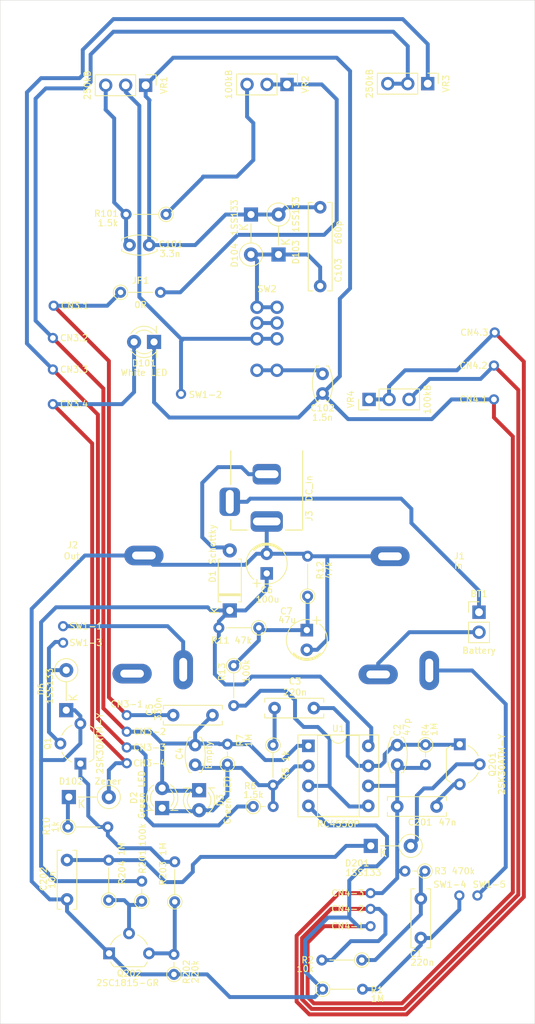
<source format=kicad_pcb>
(kicad_pcb (version 20221018) (generator pcbnew)
  (layers (0 "F.Cu" signal) (31 "B.Cu" signal) (34 "B.Paste" user) (35 "F.Paste" user) (36 "B.SilkS" user "B.Silkscreen") (37 "F.SilkS" user "F.Silkscreen") (38 "B.Mask" user) (39 "F.Mask" user) (44 "Edge.Cuts" user))
  (net 0 "")
  (net 1 "Net-(C5-Pad1)")
  (net 2 "Net-(C101-Pad1)")
  (net 3 "Net-(C102-Pad2)")
  (net 4 "Net-(CN3-3-Pad1)")
  (net 5 "Net-(JP1-Pad2)")
  (net 6 "Net-(R101-Pad1)")
  (net 7 "Net-(D103-K)")
  (net 8 "Net-(SW2-Pad2)")
  (net 9 "OUT")
  (net 10 "Net-(SW1-2-Pad1)")
  (net 11 "Net-(D101-A)")
  (net 12 "Net-(D102-K)")
  (net 13 "Net-(Q1-S)")
  (net 14 "Net-(D201-K)")
  (net 15 "FET")
  (net 16 "Net-(Q202-C)")
  (net 17 "Net-(Q202-B)")
  (net 18 "VCC")
  (net 19 "SW")
  (net 21 "Net-(BT1-+)")
  (net 22 "Net-(BT1--)")
  (net 23 "GND")
  (net 24 "Net-(D1-A)")
  (net 25 "Net-(C1-Pad1)")
  (net 26 "Net-(C1-Pad2)")
  (net 27 "Net-(CN4-2-Pad1)")
  (net 28 "Net-(J1-PadT)")
  (net 29 "Net-(U1B--)")
  (net 30 "Net-(Q201-S)")
  (net 31 "Net-(Q201-D)")
  (net 32 "Net-(C7-Pad1)")
  (net 33 "Net-(C3-Pad1)")
  (net 34 "Net-(D2-K)")
  (net 35 "Net-(D2-A)")
  (net 36 "Net-(U1A-+)")
  (footprint "myFoot:my_SmallestPad_0-72mmDrill" (layer "F.Cu") (at -17.9 25.8)
    (fp_text reference "CN3-1")
    (fp_text value "tp" hide)
  )
  (footprint "Connector_PinHeader_2.54mm:PinHeader_1x02_P2.54mm_Vertical" (layer "F.Cu") (at 26.9 12.725)
    (fp_text reference "BT1")
    (fp_text value "Battery")
  )
  (footprint "Resistor_THT:R_Axial_DIN0204_L3.6mm_D1.6mm_P5.08mm_Vertical" (layer "F.Cu") (at -18.69 -27.9)
    (fp_text reference "JP1")
    (fp_text value "0R")
  )
  (footprint "Package_DIP:DIP-8_W7.62mm_Socket" (layer "F.Cu") (at 5.2 29.7)
    (fp_text reference "U1")
    (fp_text value "RC4558P")
  )
  (footprint "myFoot:my_C_Rect1_P5.00mm" (layer "F.Cu") (at 0.9 24.9)
    (fp_text reference "C3")
    (fp_text value "220n")
  )
  (footprint "myFoot:my_SmallestPad_0-72mmDrill" (layer "F.Cu") (at -17.9 29.9)
    (fp_text reference "CN3-3")
    (fp_text value "tp" hide)
  )
  (footprint "Connector_PinHeader_2.54mm:PinHeader_2x04_P2.54mm_Vertical" (layer "F.Cu") (at -1.34 -26)
    (fp_text reference "SW2")
    (fp_text value "SW2" hide)
  )
  (footprint "Resistor_THT:R_Axial_DIN0204_L3.6mm_D1.6mm_P5.08mm_Vertical" (layer "F.Cu") (at 5.1 10.69 90)
    (fp_text reference "R12")
    (fp_text value "47k")
  )
  (footprint "Resistor_THT:R_Axial_DIN0204_L3.6mm_D1.6mm_P5.08mm_Vertical" (layer "F.Cu") (at -25.39 40)
    (fp_text reference "R10")
    (fp_text value "1k")
  )
  (footprint "Package_TO_SOT_THT:TO-92L_Wide" (layer "F.Cu") (at 24.45 29.5 -90)
    (fp_text reference "Q201")
    (fp_text value "2SK30ATM-Y")
  )
  (footprint "myFoot:my_SmallestPad_0-72mmDrill" (layer "F.Cu") (at -11 -15)
    (fp_text reference "SW1-2")
    (fp_text value "tp" hide)
  )
  (footprint "myFoot:my_SmallestPad_0-72mmDrill" (layer "F.Cu") (at -26 14.5)
    (fp_text reference "SW1-1")
    (fp_text value "tp" hide)
  )
  (footprint "myFoot:my_C_Rect1_P5.00mm" (layer "F.Cu") (at -12 25.8)
    (fp_text reference "C5")
    (fp_text value "330n")
  )
  (footprint "myFoot:my_SmallestPad_0-72mmDrill" (layer "F.Cu") (at -26 16.6)
    (fp_text reference "SW1-3")
    (fp_text value "tp" hide)
  )
  (footprint "Resistor_THT:R_Axial_DIN0204_L3.6mm_D1.6mm_P2.54mm_Vertical" (layer "F.Cu") (at -11.9 58.72 90)
    (fp_text reference "R202")
    (fp_text value "220k")
  )
  (footprint "myFoot:Audio_Jack_EX" (layer "F.Cu") (at -15.725 5.525)
    (fp_text reference "J2")
    (fp_text value "Out")
  )
  (footprint "myFoot:my_C_Rect1_P5.00mm" (layer "F.Cu") (at 19.5 54.1 90)
    (fp_text reference "C1")
    (fp_text value "220n")
  )
  (footprint "myFoot:my_C_D5.0mm_P2.50mm" (layer "F.Cu") (at 5 15 -90)
    (fp_text reference "C7")
    (fp_text value "47u")
  )
  (footprint "myFoot:my_SmallestPad_0-72mmDrill" (layer "F.Cu") (at -27.3 -22.1)
    (fp_text reference "CN3.2")
    (fp_text value "tp" hide)
  )
  (footprint "Connector_PinHeader_2.54mm:PinHeader_1x03_P2.54mm_Vertical" (layer "F.Cu") (at 20.38 -54.4 -90)
    (fp_text reference "VR3")
    (fp_text value "250kB")
  )
  (footprint "myFoot:Audio_Jack_EX" (layer "F.Cu") (at 15.575 5.625)
    (fp_text reference "J1")
    (fp_text value "In")
  )
  (footprint "myFoot:my_SmallestPad_0-72mmDrill" (layer "F.Cu") (at -17.9 31.9)
    (fp_text reference "CN3-4")
    (fp_text value "tp" hide)
  )
  (footprint "myFoot:my_C_Rect1_P5.00mm" (layer "F.Cu") (at -25.5 44.2 -90)
    (fp_text reference "C202")
    (fp_text value "10n")
  )
  (footprint "Diode_THT:D_A-405_P5.08mm_Vertical_KathodeUp" (layer "F.Cu") (at 13.135 42.4)
    (fp_text reference "D201")
    (fp_text value "1SS133")
  )
  (footprint "Package_TO_SOT_THT:TO-92L_Wide" (layer "F.Cu") (at -23.8 31.95 90)
    (fp_text reference "Q1")
    (fp_text value "2SK30ATM-Y")
  )
  (footprint "Resistor_THT:R_Axial_DIN0204_L3.6mm_D1.6mm_P5.08mm_Vertical" (layer "F.Cu") (at -20.2 49.29 90)
    (fp_text reference "R204")
    (fp_text value "1M")
  )
  (footprint "Package_TO_SOT_THT:TO-92L_Wide" (layer "F.Cu") (at -20.15 56.05)
    (fp_text reference "Q202")
    (fp_text value "2SC1815-GR")
  )
  (footprint "myFoot:my_SmallestPad_0-72mmDrill" (layer "F.Cu") (at 24.4 48.7)
    (fp_text reference "SW1-4")
    (fp_text value "tp" hide)
  )
  (footprint "Diode_THT:D_A-405_P5.08mm_Vertical_KathodeUp" (layer "F.Cu") (at -25.265 36.2)
    (fp_text reference "D102")
    (fp_text value "Zener")
  )
  (footprint "Resistor_THT:R_Axial_DIN0204_L3.6mm_D1.6mm_P5.08mm_Vertical" (layer "F.Cu") (at -1.11 14.7 180)
    (fp_text reference "R11")
    (fp_text value "47k")
  )
  (footprint "myFoot:my_SmallestPad_0-72mmDrill" (layer "F.Cu") (at 13.1 50.4)
    (fp_text reference "CN4-2")
    (fp_text value "tp" hide)
  )
  (footprint "Diode_THT:D_A-405_P7.62mm_Horizontal" (layer "F.Cu") (at -4.8 12.5 90)
    (fp_text reference "D1")
    (fp_text value "Schottky")
  )
  (footprint "myFoot:my_C_Disc_P2.50mm" (layer "F.Cu") (at 7 -15.05 90)
    (fp_text reference "C102")
    (fp_text value "1.5n")
  )
  (footprint "Connector_PinHeader_2.54mm:PinHeader_1x03_P2.54mm_Vertical" (layer "F.Cu") (at 12.92 -14.3 90)
    (fp_text reference "VR4")
    (fp_text value "100kB")
  )
  (footprint "Resistor_THT:R_Axial_DIN0204_L3.6mm_D1.6mm_P5.08mm_Vertical" (layer "F.Cu") (at -11.8 49.5 90)
    (fp_text reference "R203")
    (fp_text value "1M")
  )
  (footprint "myFoot:my_SmallestPad_0-72mmDrill" (layer "F.Cu") (at -17.9 27.9)
    (fp_text reference "CN3-2")
    (fp_text value "tp" hide)
  )
  (footprint "myFoot:my_SmallestPad_0-72mmDrill" (layer "F.Cu") (at 28.8 -18.6)
    (fp_text reference "CN4.2")
    (fp_text value "tp" hide)
  )
  (footprint "Diode_THT:D_A-405_P5.08mm_Vertical_KathodeUp" (layer "F.Cu") (at 1.4 -32.7 90)
    (fp_text reference "D103")
    (fp_text value "1SS133")
  )
  (footprint "myFoot:my_SmallestPad_0-72mmDrill" (layer "F.Cu") (at -27.3 -13.7)
    (fp_text reference "CN3.4")
    (fp_text value "tp" hide)
  )
  (footprint "myFoot:my_SmallestPad_0-72mmDrill" (layer "F.Cu") (at -27.3 -18.1)
    (fp_text reference "CN3.3")
    (fp_text value "tp" hide)
  )
  (footprint "myFoot:my_LED_3mm" (layer "F.Cu") (at -8.7 36.6 -90)
    (fp_text reference "D3")
    (fp_text value "Green LED")
  )
  (footprint "myFoot:my_LED_3mm" (layer "F.Cu") (at -13.4 36.33 90)
    (fp_text reference "D2")
    (fp_text value "Green LED")
  )
  (footprint "myFoot:my_C_Disc_P2.50mm" (layer "F.Cu") (at 16.5 29.6 -90)
    (fp_text reference "C2")
    (fp_text value "47p")
  )
  (footprint "myFoot:my_SmallestPad_0-72mmDrill" (layer "F.Cu") (at 13.1 52.6)
    (fp_text reference "CN4-1")
    (fp_text value "tp" hide)
  )
  (footprint "Resistor_THT:R_Axial_DIN0204_L3.6mm_D1.6mm_P2.54mm_Vertical" (layer "F.Cu") (at 20.1 29.56 -90)
    (fp_text reference "R4")
    (fp_text value "1M")
  )
  (footprint "myFoot:my_C_D5.0mm_P2.50mm" (layer "F.Cu") (at -0.1 7.8 90)
    (fp_text reference "C6")
    (fp_text value "100u")
  )
  (footprint "Resistor_THT:R_Axial_DIN0204_L3.6mm_D1.6mm_P5.08mm_Vertical" (layer "F.Cu") (at 7.01 60.6)
    (fp_text reference "R1")
    (fp_text value "1M")
  )
  (footprint "Resistor_THT:R_Axial_DIN0204_L3.6mm_D1.6mm_P5.08mm_Vertical" (layer "F.Cu") (at 0.7 29.61 -90)
    (fp_text reference "R5")
    (fp_text value "1k")
  )
  (footprint "Resistor_THT:R_Axial_DIN0204_L3.6mm_D1.6mm_P5.08mm_Vertical" (layer "F.Cu") (at -4.3 19.51 -90)
    (fp_text reference "R13")
    (fp_text value "100k")
  )
  (footprint "Diode_THT:D_A-405_P5.08mm_Vertical_KathodeUp" (layer "F.Cu") (at -25.6 25.165 90)
    (fp_text reference "D6")
    (fp_text value "1SS133")
  )
  (footprint "Connector_PinHeader_2.54mm:PinHeader_1x03_P2.54mm_Vertical" (layer "F.Cu") (at 2.48 -54.3 -90)
    (fp_text reference "VR2")
    (fp_text value "100kB")
  )
  (footprint "Resistor_THT:R_Axial_DIN0204_L3.6mm_D1.6mm_P2.54mm_Vertical" (layer "F.Cu") (at 20.02 45.6 180)
    (fp_text reference "R3")
    (fp_text value "470k")
  )
  (footprint "Resistor_THT:R_Axial_DIN0204_L3.6mm_D1.6mm_P2.54mm_Vertical" (layer "F.Cu") (at -5.1 32.02 90)
    (fp_text reference "R7")
    (fp_text value "1M")
  )
  (footprint "myFoot:my_SmallestPad_0-72mmDrill" (layer "F.Cu") (at -27.2 -26.2)
    (fp_text reference "CN3.1")
    (fp_text value "tp" hide)
  )
  (footprint "myFoot:my_C_Rect1_P5.00mm" (layer "F.Cu") (at 21.5 37.4 180)
    (fp_text reference "C201")
    (fp_text value "47n")
  )
  (footprint "Resistor_THT:R_Axial_DIN0204_L3.6mm_D1.6mm_P2.54mm_Vertical" (layer "F.Cu") (at -1.82 37.4)
    (fp_text reference "R6")
    (fp_text value "1.5k")
  )
  (footprint "myFoot:my_LED_3mm" (layer "F.Cu") (at -15.7 -21.6 180)
    (fp_text reference "D101")
    (fp_text value "White LED")
  )
  (footprint "Capacitor_THT:C_Rect_L11.0mm_W2.8mm_P10.00mm_MKT" (layer "F.Cu") (at 6.7 -28.7 90)
    (fp_text reference "C103")
    (fp_text value "680p")
  )
  (footprint "myFoot:my_C_Disc_P2.50mm" (layer "F.Cu") (at -17.55 -33.9)
    (fp_text reference "C101")
    (fp_text value "3.3n")
  )
  (footprint "Resistor_THT:R_Axial_DIN0204_L3.6mm_D1.6mm_P5.08mm_Vertical" (layer "F.Cu") (at 11.99 56.9 180)
    (fp_text reference "R2")
    (fp_text value "10k")
  )
  (footprint "myFoot:my_SmallestPad_0-72mmDrill" (layer "F.Cu") (at 28.9 -22.8)
    (fp_text reference "CN4.3")
    (fp_text value "tp" hide)
  )
  (footprint "myFoot:my_SmallestPad_0-72mmDrill" (layer "F.Cu") (at 28.8 -14.3)
    (fp_text reference "CN4.1")
    (fp_text value "tp" hide)
  )
  (footprint "myFoot:my_DC_Jack" (layer "F.Cu") (at -0.1 -12.3 -90)
    (fp_text reference "J3")
    (fp_text value "DC_In")
  )
  (footprint "Resistor_THT:R_Axial_DIN0204_L3.6mm_D1.6mm_P2.54mm_Vertical" (layer "F.Cu") (at -16 49.42 90)
    (fp_text reference "R201")
    (fp_text value "100k")
  )
  (footprint "myFoot:my_C_Disc_P2.50mm" (layer "F.Cu") (at -9.2 29.6 -90)
    (fp_text reference "C4")
    (fp_text value "Empty")
  )
  (footprint "Diode_THT:D_A-405_P5.08mm_Vertical_KathodeUp" (layer "F.Cu") (at -2.1 -37.78 -90)
    (fp_text reference "D104")
    (fp_text value "1SS133")
  )
  (footprint "myFoot:my_SmallestPad_0-72mmDrill" (layer "F.Cu") (at 26.7 48.7)
    (fp_text reference "SW1-5")
    (fp_text value "tp" hide)
  )
  (footprint "Connector_PinHeader_2.54mm:PinHeader_1x03_P2.54mm_Vertical" (layer "F.Cu") (at -15.5 -54.2 -90)
    (fp_text reference "VR1")
    (fp_text value "250kB")
  )
  (footprint "Resistor_THT:R_Axial_DIN0204_L3.6mm_D1.6mm_P5.08mm_Vertical" (layer "F.Cu") (at -12.91 -37.8 180)
    (fp_text reference "R101")
    (fp_text value "1.5k")
  )
  (footprint "myFoot:my_SmallestPad_0-72mmDrill" (layer "F.Cu") (at 13.1 48.4)
    (fp_text reference "CN4-3")
    (fp_text value "tp" hide)
  )
  (gr_rect (start -34 -65) (end 34 65) (stroke (width 0.05)) (fill none) (layer "Edge.Cuts"))
  (segment (start -17.9 25.8) (end -20.175 23.525) (width 0.5) (layer "F.Cu") (net 1))
  (segment (start -20.175 23.525) (end -20.175 -19.175) (width 0.5) (layer "F.Cu") (net 1))
  (segment (start -20.175 -19.175) (end -27.2 -26.2) (width 0.5) (layer "F.Cu") (net 1))
  (segment (start -27.2 -26.2) (end -20.39 -26.2) (width 0.5) (layer "B.Cu") (net 1))
  (segment (start -20.39 -26.2) (end -18.69 -27.9) (width 0.5) (layer "B.Cu") (net 1))
  (segment (start -17.9 25.8) (end -12 25.8) (width 0.5) (layer "B.Cu") (net 1))
  (segment (start -20.6 -51.1) (end -20.58 -51.12) (width 0.5) (layer "B.Cu") (net 2))
  (segment (start -17.99 -37.8) (end -17.99 -34.34) (width 0.5) (layer "B.Cu") (net 2))
  (segment (start -19.5 -39.31) (end -19.5 -50) (width 0.5) (layer "B.Cu") (net 2))
  (segment (start -19.5 -50) (end -20.6 -51.1) (width 0.5) (layer "B.Cu") (net 2))
  (segment (start -17.99 -37.8) (end -19.5 -39.31) (width 0.5) (layer "B.Cu") (net 2))
  (segment (start -17.99 -34.34) (end -17.55 -33.9) (width 0.5) (layer "B.Cu") (net 2))
  (segment (start -20.58 -51.12) (end -20.58 -54.2) (width 0.5) (layer "B.Cu") (net 2))
  (segment (start 6.55 -18) (end 7 -17.55) (width 0.5) (layer "B.Cu") (net 3))
  (segment (start 1.2 -18) (end 6.55 -18) (width 0.5) (layer "B.Cu") (net 3))
  (segment (start -1.34 -18) (end 1.2 -18) (width 0.5) (layer "B.Cu") (net 3))
  (segment (start -21.575 -12.375) (end -21.575 26.225) (width 0.5) (layer "F.Cu") (net 4))
  (segment (start -21.575 26.225) (end -17.9 29.9) (width 0.5) (layer "F.Cu") (net 4))
  (segment (start -27.3 -18.1) (end -21.575 -12.375) (width 0.5) (layer "F.Cu") (net 4))
  (segment (start -28.8 -55.1) (end -30.6 -53.3) (width 0.5) (layer "B.Cu") (net 4))
  (segment (start 20.38 -59.42) (end 17.2 -62.6) (width 0.5) (layer "B.Cu") (net 4))
  (segment (start -15.5 30.9) (end -15.5 38.8) (width 0.5) (layer "B.Cu") (net 4))
  (segment (start -19.6 -62.6) (end -23.5 -58.7) (width 0.5) (layer "B.Cu") (net 4))
  (segment (start -23.5 -55.5) (end -23.9 -55.1) (width 0.5) (layer "B.Cu") (net 4))
  (segment (start -14.5 39.8) (end -6.2 39.8) (width 0.5) (layer "B.Cu") (net 4))
  (segment (start -30.6 -53.3) (end -30.6 -21.6) (width 0.5) (layer "B.Cu") (net 4))
  (segment (start 17.2 -62.6) (end -19.6 -62.6) (width 0.5) (layer "B.Cu") (net 4))
  (segment (start -23.5 -58.7) (end -23.5 -55.5) (width 0.5) (layer "B.Cu") (net 4))
  (segment (start -15.5 38.8) (end -14.5 39.8) (width 0.5) (layer "B.Cu") (net 4))
  (segment (start -23.9 -55.1) (end -28.8 -55.1) (width 0.5) (layer "B.Cu") (net 4))
  (segment (start -30.6 -21.4) (end -30.6 -21.6) (width 0.5) (layer "B.Cu") (net 4))
  (segment (start -27.3 -18.1) (end -30.6 -21.4) (width 0.5) (layer "B.Cu") (net 4))
  (segment (start -6.2 39.8) (end -3.8 37.4) (width 0.5) (layer "B.Cu") (net 4))
  (segment (start -3.8 37.4) (end -1.82 37.4) (width 0.5) (layer "B.Cu") (net 4))
  (segment (start -16.5 29.9) (end -15.5 30.9) (width 0.5) (layer "B.Cu") (net 4))
  (segment (start -17.9 29.9) (end -16.5 29.9) (width 0.5) (layer "B.Cu") (net 4))
  (segment (start 20.38 -54.4) (end 20.38 -59.42) (width 0.5) (layer "B.Cu") (net 4))
  (segment (start -3.8 -35.2) (end 7.2 -35.2) (width 0.5) (layer "B.Cu") (net 5))
  (segment (start 6.9 -54.3) (end 2.48 -54.3) (width 0.5) (layer "B.Cu") (net 5))
  (segment (start 7.2 -35.2) (end 8.8 -36.8) (width 0.5) (layer "B.Cu") (net 5))
  (segment (start -0.06 -54.3) (end 2.48 -54.3) (width 0.5) (layer "B.Cu") (net 5))
  (segment (start 8.8 -36.8) (end 8.8 -52.4) (width 0.5) (layer "B.Cu") (net 5))
  (segment (start -13.61 -27.9) (end -11.1 -27.9) (width 0.5) (layer "B.Cu") (net 5))
  (segment (start 8.8 -52.4) (end 6.9 -54.3) (width 0.5) (layer "B.Cu") (net 5))
  (segment (start -11.1 -27.9) (end -3.8 -35.2) (width 0.5) (layer "B.Cu") (net 5))
  (segment (start -3.9 -42.6) (end -8.2 -42.6) (width 0.5) (layer "B.Cu") (net 6))
  (segment (start -8.2 -42.51) (end -12.91 -37.8) (width 0.5) (layer "B.Cu") (net 6))
  (segment (start -2.6 -50.2) (end -1.8 -49.4) (width 0.5) (layer "B.Cu") (net 6))
  (segment (start -1.8 -49.4) (end -1.8 -44.7) (width 0.5) (layer "B.Cu") (net 6))
  (segment (start -1.8 -44.7) (end -3.9 -42.6) (width 0.5) (layer "B.Cu") (net 6))
  (segment (start -8.2 -42.6) (end -8.2 -42.51) (width 0.5) (layer "B.Cu") (net 6))
  (segment (start -2.6 -54.3) (end -2.6 -50.2) (width 0.5) (layer "B.Cu") (net 6))
  (segment (start 6.7 -31.1) (end 6.7 -28.7) (width 0.5) (layer "B.Cu") (net 7))
  (segment (start -2.1 -32.7) (end 1.4 -32.7) (width 0.5) (layer "B.Cu") (net 7))
  (segment (start -1.34 -26) (end 1.2 -26) (width 0.5) (layer "B.Cu") (net 7))
  (segment (start 5.1 -32.7) (end 6.7 -31.1) (width 0.5) (layer "B.Cu") (net 7))
  (segment (start -1.34 -31.94) (end -2.1 -32.7) (width 0.5) (layer "B.Cu") (net 7))
  (segment (start 1.4 -32.7) (end 5.1 -32.7) (width 0.5) (layer "B.Cu") (net 7))
  (segment (start -1.34 -26) (end -1.34 -31.94) (width 0.5) (layer "B.Cu") (net 7))
  (segment (start -1.34 -24) (end 1.2 -24) (width 0.5) (layer "B.Cu") (net 8))
  (segment (start -12.7 14.5) (end -10.725 16.475) (width 0.5) (layer "B.Cu") (net 9))
  (segment (start -10.725 16.475) (end -10.725 20.025) (width 0.5) (layer "B.Cu") (net 9))
  (segment (start -26 14.5) (end -12.7 14.5) (width 0.5) (layer "B.Cu") (net 9))
  (segment (start -18.04 -54.2) (end -18.04 -53.34) (width 0.5) (layer "B.Cu") (net 10))
  (segment (start -10.7 -22) (end -1.34 -22) (width 0.5) (layer "B.Cu") (net 10))
  (segment (start -11 -22) (end -10.7 -22) (width 0.5) (layer "B.Cu") (net 10))
  (segment (start -11 -15) (end -11 -21.7) (width 0.5) (layer "B.Cu") (net 10))
  (segment (start 1.2 -22) (end -1.34 -22) (width 0.5) (layer "B.Cu") (net 10))
  (segment (start -11 -21.7) (end -10.7 -22) (width 0.5) (layer "B.Cu") (net 10))
  (segment (start -16.3 -27.3) (end -11 -22) (width 0.5) (layer "B.Cu") (net 10))
  (segment (start -18.04 -53.34) (end -16.3 -51.6) (width 0.5) (layer "B.Cu") (net 10))
  (segment (start -16.3 -51.6) (end -16.3 -27.3) (width 0.5) (layer "B.Cu") (net 10))
  (segment (start -22.3 27.5) (end -17.9 31.9) (width 0.5) (layer "F.Cu") (net 11))
  (segment (start -22.3 -8.7) (end -22.3 27.5) (width 0.5) (layer "F.Cu") (net 11))
  (segment (start -27.3 -13.7) (end -22.3 -8.7) (width 0.5) (layer "F.Cu") (net 11))
  (segment (start -20.185 36.2) (end -20.185 32.785) (width 0.5) (layer "B.Cu") (net 11))
  (segment (start -18.5 -13.7) (end -16.97 -15.23) (width 0.5) (layer "B.Cu") (net 11))
  (segment (start -16.97 -15.23) (end -16.97 -21.6) (width 0.5) (layer "B.Cu") (net 11))
  (segment (start -20.185 32.785) (end -19.3 31.9) (width 0.5) (layer "B.Cu") (net 11))
  (segment (start -19.3 31.9) (end -17.9 31.9) (width 0.5) (layer "B.Cu") (net 11))
  (segment (start -27.3 -13.7) (end -18.5 -13.7) (width 0.5) (layer "B.Cu") (net 11))
  (segment (start -25.39 40) (end -25.39 36.325) (width 0.5) (layer "B.Cu") (net 12))
  (segment (start -25.39 36.325) (end -25.265 36.2) (width 0.5) (layer "B.Cu") (net 12))
  (segment (start -21.4 40) (end -20.31 40) (width 0.5) (layer "B.Cu") (net 13))
  (segment (start -23.8 31.95) (end -23.8 33.6) (width 0.5) (layer "B.Cu") (net 13))
  (segment (start -23.8 33.6) (end -22.8 34.6) (width 0.5) (layer "B.Cu") (net 13))
  (segment (start -18.7 42.7) (end -20.31 41.09) (width 0.5) (layer "B.Cu") (net 13))
  (segment (start -13.18 44.42) (end -14.9 42.7) (width 0.5) (layer "B.Cu") (net 13))
  (segment (start -22.8 34.6) (end -22.8 38.6) (width 0.5) (layer "B.Cu") (net 13))
  (segment (start -22.8 38.6) (end -21.4 40) (width 0.5) (layer "B.Cu") (net 13))
  (segment (start -20.31 41.09) (end -20.31 40) (width 0.5) (layer "B.Cu") (net 13))
  (segment (start -11.8 44.42) (end -13.18 44.42) (width 0.5) (layer "B.Cu") (net 13))
  (segment (start -14.9 42.7) (end -18.7 42.7) (width 0.5) (layer "B.Cu") (net 13))
  (segment (start -15.79 44.21) (end -13 47) (width 0.5) (layer "B.Cu") (net 14))
  (segment (start -9.5 45.7) (end -9.5 44.8) (width 0.5) (layer "B.Cu") (net 14))
  (segment (start -13 47) (end -10.8 47) (width 0.5) (layer "B.Cu") (net 14))
  (segment (start -8.5 43.8) (end 8.6 43.8) (width 0.5) (layer "B.Cu") (net 14))
  (segment (start -10.8 47) (end -9.5 45.7) (width 0.5) (layer "B.Cu") (net 14))
  (segment (start -20.2 44.21) (end -15.79 44.21) (width 0.5) (layer "B.Cu") (net 14))
  (segment (start -9.5 44.8) (end -8.5 43.8) (width 0.5) (layer "B.Cu") (net 14))
  (segment (start -20.21 44.2) (end -20.2 44.21) (width 0.5) (layer "B.Cu") (net 14))
  (segment (start 8.6 43.8) (end 10 42.4) (width 0.5) (layer "B.Cu") (net 14))
  (segment (start -25.5 44.2) (end -20.21 44.2) (width 0.5) (layer "B.Cu") (net 14))
  (segment (start 10 42.4) (end 13.135 42.4) (width 0.5) (layer "B.Cu") (net 14))
  (segment (start 26.99 32.04) (end 24.06 32.04) (width 0.5) (layer "B.Cu") (net 15))
  (segment (start 19 41.615) (end 18.215 42.4) (width 0.5) (layer "B.Cu") (net 15))
  (segment (start 19.9 35.1) (end 19 36) (width 0.5) (layer "B.Cu") (net 15))
  (segment (start 19 36) (end 19 41.615) (width 0.5) (layer "B.Cu") (net 15))
  (segment (start 24.06 32.04) (end 21 35.1) (width 0.5) (layer "B.Cu") (net 15))
  (segment (start 21 35.1) (end 19.9 35.1) (width 0.5) (layer "B.Cu") (net 15))
  (segment (start -16.02 49.42) (end -16.5 49.9) (width 0.5) (layer "B.Cu") (net 16))
  (segment (start -18.23 49.29) (end -17.61 49.91) (width 0.5) (layer "B.Cu") (net 16))
  (segment (start -16 49.42) (end -16.02 49.42) (width 0.5) (layer "B.Cu") (net 16))
  (segment (start -20.2 49.29) (end -18.23 49.29) (width 0.5) (layer "B.Cu") (net 16))
  (segment (start -17.61 53.51) (end -17.61 49.91) (width 0.5) (layer "B.Cu") (net 16))
  (segment (start -17.61 49.91) (end -17.6 49.9) (width 0.5) (layer "B.Cu") (net 16))
  (segment (start -16.5 49.9) (end -17.6 49.9) (width 0.5) (layer "B.Cu") (net 16))
  (segment (start -12.03 56.05) (end -11.9 56.18) (width 0.5) (layer "B.Cu") (net 17))
  (segment (start -15.07 56.05) (end -12.03 56.05) (width 0.5) (layer "B.Cu") (net 17))
  (segment (start -11.8 56.08) (end -11.9 56.18) (width 0.5) (layer "B.Cu") (net 17))
  (segment (start -11.8 49.5) (end -11.8 56.08) (width 0.5) (layer "B.Cu") (net 17))
  (segment (start -6.19 13.89) (end -4.8 12.5) (width 0.5) (layer "B.Cu") (net 18))
  (segment (start -6.19 14.7) (end -6.19 13.89) (width 0.5) (layer "B.Cu") (net 18))
  (segment (start -2 20.9) (end 6.7 20.9) (width 0.5) (layer "B.Cu") (net 18))
  (segment (start -24.535 25.165) (end -23.8 25.9) (width 0.5) (layer "B.Cu") (net 18))
  (segment (start -28.8 31.5) (end -28.8 14) (width 0.5) (layer "B.Cu") (net 18))
  (segment (start -4.8 12.5) (end -2.8 12.5) (width 0.5) (layer "B.Cu") (net 18))
  (segment (start -25.9 31.5) (end -28.8 31.5) (width 0.5) (layer "B.Cu") (net 18))
  (segment (start -28.8 45) (end -28.8 31.5) (width 0.5) (layer "B.Cu") (net 18))
  (segment (start 13.2 29.32) (end 12.82 29.7) (width 0.5) (layer "B.Cu") (net 18))
  (segment (start -23.8 26.87) (end -23.8 29.4) (width 0.5) (layer "B.Cu") (net 18))
  (segment (start -2.8 12.5) (end -0.1 9.8) (width 0.5) (layer "B.Cu") (net 18))
  (segment (start 13.2 27.4) (end 13.2 29.32) (width 0.5) (layer "B.Cu") (net 18))
  (segment (start -23.8 29.4) (end -25.9 31.5) (width 0.5) (layer "B.Cu") (net 18))
  (segment (start -28.8 14) (end -26.9 12.1) (width 0.5) (layer "B.Cu") (net 18))
  (segment (start -6.7 16.5) (end -6.7 20.6) (width 0.5) (layer "B.Cu") (net 18))
  (segment (start 6.7 20.9) (end 13.2 27.4) (width 0.5) (layer "B.Cu") (net 18))
  (segment (start -3 21.9) (end -2 20.9) (width 0.5) (layer "B.Cu") (net 18))
  (segment (start -6.7 20.6) (end -5.4 21.9) (width 0.5) (layer "B.Cu") (net 18))
  (segment (start -5.4 21.9) (end -3 21.9) (width 0.5) (layer "B.Cu") (net 18))
  (segment (start -26.9 12.1) (end -7.6 12.1) (width 0.5) (layer "B.Cu") (net 18))
  (segment (start -26.92 46.88) (end -28.8 45) (width 0.5) (layer "B.Cu") (net 18))
  (segment (start -23.8 25.9) (end -23.8 26.87) (width 0.5) (layer "B.Cu") (net 18))
  (segment (start -7.6 12.1) (end -7.2 12.5) (width 0.5) (layer "B.Cu") (net 18))
  (segment (start -25.6 25.165) (end -24.535 25.165) (width 0.5) (layer "B.Cu") (net 18))
  (segment (start -6.19 15.99) (end -6.7 16.5) (width 0.5) (layer "B.Cu") (net 18))
  (segment (start -7.2 12.5) (end -4.8 12.5) (width 0.5) (layer "B.Cu") (net 18))
  (segment (start -16 46.88) (end -26.92 46.88) (width 0.5) (layer "B.Cu") (net 18))
  (segment (start -6.19 14.7) (end -6.19 15.99) (width 0.5) (layer "B.Cu") (net 18))
  (segment (start -0.1 9.8) (end -0.1 7.8) (width 0.5) (layer "B.Cu") (net 18))
  (segment (start -27 16.5) (end -26.1 16.5) (width 0.5) (layer "B.Cu") (net 19))
  (segment (start -26.1 16.5) (end -26 16.6) (width 0.5) (layer "B.Cu") (net 19))
  (segment (start -27.8 17.3) (end -27 16.5) (width 0.5) (layer "B.Cu") (net 19))
  (segment (start -27.8 20) (end -27.8 17.3) (width 0.5) (layer "B.Cu") (net 19))
  (segment (start -25.6 20.085) (end -27.715 20.085) (width 0.5) (layer "B.Cu") (net 19))
  (segment (start -27.8 27.95) (end -27.8 20) (width 0.5) (layer "B.Cu") (net 19))
  (segment (start -27.715 20.085) (end -27.8 20) (width 0.5) (layer "B.Cu") (net 19))
  (segment (start -26.34 29.41) (end -27.8 27.95) (width 0.5) (layer "B.Cu") (net 19))
  (segment (start 17 -1.7) (end 18.3 -0.4) (width 0.5) (layer "B.Cu") (net 21))
  (segment (start -2.6 -1.3) (end -2.2 -1.7) (width 0.5) (layer "B.Cu") (net 21))
  (segment (start 26.9 10) (end 26.9 12.725) (width 0.5) (layer "B.Cu") (net 21))
  (segment (start 18.3 -0.4) (end 18.3 1.4) (width 0.5) (layer "B.Cu") (net 21))
  (segment (start -2.2 -1.7) (end 17 -1.7) (width 0.5) (layer "B.Cu") (net 21))
  (segment (start -4.8 -1.3) (end -2.6 -1.3) (width 0.5) (layer "B.Cu") (net 21))
  (segment (start 18.3 1.4) (end 26.9 10) (width 0.5) (layer "B.Cu") (net 21))
  (segment (start 18.035 15.265) (end 26.9 15.265) (width 0.5) (layer "B.Cu") (net 22))
  (segment (start 14.075 19.225) (end 18.035 15.265) (width 0.5) (layer "B.Cu") (net 22))
  (segment (start 14.075 20.625) (end 14.075 19.225) (width 0.5) (layer "B.Cu") (net 22))
  (segment (start 28.8 -12) (end 28.8 -14.3) (width 0.5) (layer "F.Cu") (net 23))
  (segment (start 31.2 -9.6) (end 28.8 -12) (width 0.5) (layer "F.Cu") (net 23))
  (segment (start 7.2 52.6) (end 5.1 54.7) (width 0.5) (layer "F.Cu") (net 23))
  (segment (start 31.2 48.3) (end 31.2 -9.6) (width 0.5) (layer "F.Cu") (net 23))
  (segment (start 5.1 54.7) (end 5.1 61.6) (width 0.5) (layer "F.Cu") (net 23))
  (segment (start 17.1 62.4) (end 31.2 48.3) (width 0.5) (layer "F.Cu") (net 23))
  (segment (start 5.9 62.4) (end 17.1 62.4) (width 0.5) (layer "F.Cu") (net 23))
  (segment (start 13.1 52.6) (end 7.2 52.6) (width 0.5) (layer "F.Cu") (net 23))
  (segment (start 5.1 61.6) (end 5.9 62.4) (width 0.5) (layer "F.Cu") (net 23))
  (segment (start -15.725 5.525) (end -23.225 5.525) (width 0.5) (layer "B.Cu") (net 23))
  (segment (start 2.32 -38.7) (end 1.4 -37.78) (width 0.5) (layer "B.Cu") (net 23))
  (segment (start 10.25 -11.8) (end 20.9 -11.8) (width 0.5) (layer "B.Cu") (net 23))
  (segment (start 5.2 37.32) (end 7.68 39.8) (width 0.5) (layer "B.Cu") (net 23))
  (segment (start 13.9 45) (end 12.2 45) (width 0.5) (layer "B.Cu") (net 23))
  (segment (start 7.6 5.625) (end 5.115 5.625) (width 0.5) (layer "B.Cu") (net 23))
  (segment (start -9.2 -33.9) (end -5.32 -37.78) (width 0.5) (layer "B.Cu") (net 23))
  (segment (start -15 -52.3) (end -15.05 -52.25) (width 0.5) (layer "B.Cu") (net 23))
  (segment (start -7.68 58.72) (end -4.8 61.6) (width 0.5) (layer "B.Cu") (net 23))
  (segment (start 6.7 -38.7) (end 2.32 -38.7) (width 0.5) (layer "B.Cu") (net 23))
  (segment (start -12.5 -12) (end -14.43 -13.93) (width 0.5) (layer "B.Cu") (net 23))
  (segment (start -15.5 -54.2) (end -15.5 -52.8) (width 0.5) (layer "B.Cu") (net 23))
  (segment (start -25.5 50.7) (end -20.15 56.05) (width 0.5) (layer "B.Cu") (net 23))
  (segment (start -15.05 -52.25) (end -15.05 -33.9) (width 0.5) (layer "B.Cu") (net 23))
  (segment (start 7.6 16.2) (end 7.6 5.625) (width 0.5) (layer "B.Cu") (net 23))
  (segment (start 3.95 -12) (end -12.5 -12) (width 0.5) (layer "B.Cu") (net 23))
  (segment (start 5.115 5.625) (end 5.1 5.61) (width 0.5) (layer "B.Cu") (net 23))
  (segment (start -27.7 49.2) (end -25.5 49.2) (width 0.5) (layer "B.Cu") (net 23))
  (segment (start 10.5 -56) (end 10.5 -28.4) (width 0.5) (layer "B.Cu") (net 23))
  (segment (start -30 12.3) (end -30 46.9) (width 0.5) (layer "B.Cu") (net 23))
  (segment (start -0.1 1.2) (end -0.1 5.3) (width 0.5) (layer "B.Cu") (net 23))
  (segment (start -23.225 5.525) (end -30 12.3) (width 0.5) (layer "B.Cu") (net 23))
  (segment (start -20.15 56.05) (end -17.48 58.72) (width 0.5) (layer "B.Cu") (net 23))
  (segment (start 10.4 51.5) (end 7.7 51.5) (width 0.5) (layer "B.Cu") (net 23))
  (segment (start -12 -57.7) (end 8.8 -57.7) (width 0.5) (layer "B.Cu") (net 23))
  (segment (start 23.4 -14.3) (end 28.8 -14.3) (width 0.5) (layer "B.Cu") (net 23))
  (segment (start 6.3 17.5) (end 7.6 16.2) (width 0.5) (layer "B.Cu") (net 23))
  (segment (start -2.8 6.7) (end -14.55 6.7) (width 0.5) (layer "B.Cu") (net 23))
  (segment (start 10.4 46.8) (end 10.4 51.5) (width 0.5) (layer "B.Cu") (net 23))
  (segment (start 15.575 5.625) (end 7.6 5.625) (width 0.5) (layer "B.Cu") (net 23))
  (segment (start -1.4 5.3) (end -2.8 6.7) (width 0.5) (layer "B.Cu") (net 23))
  (segment (start 1.4 -37.78) (end -2.1 -37.78) (width 0.5) (layer "B.Cu") (net 23))
  (segment (start -15.5 -54.2) (end -12 -57.7) (width 0.5) (layer "B.Cu") (net 23))
  (segment (start 5 17.5) (end 6.3 17.5) (width 0.5) (layer "B.Cu") (net 23))
  (segment (start 10.5 -28.4) (end 9.2 -27.1) (width 0.5) (layer "B.Cu") (net 23))
  (segment (start -11.9 58.72) (end -7.68 58.72) (width 0.5) (layer "B.Cu") (net 23))
  (segment (start -5.32 -37.78) (end -2.1 -37.78) (width 0.5) (layer "B.Cu") (net 23))
  (segment (start -14.43 -13.93) (end -14.43 -21.6) (width 0.5) (layer "B.Cu") (net 23))
  (segment (start 15.2 43.7) (end 13.9 45) (width 0.5) (layer "B.Cu") (net 23))
  (segment (start 20.9 -11.8) (end 23.4 -14.3) (width 0.5) (layer "B.Cu") (net 23))
  (segment (start 4.8 54.4) (end 4.8 58.39) (width 0.5) (layer "B.Cu") (net 23))
  (segment (start -14.55 6.7) (end -15.725 5.525) (width 0.5) (layer "B.Cu") (net 23))
  (segment (start 9.2 -17.25) (end 7 -15.05) (width 0.5) (layer "B.Cu") (net 23))
  (segment (start 4.79 5.3) (end 5.1 5.61) (width 0.5) (layer "B.Cu") (net 23))
  (segment (start -4.8 61.6) (end 6.01 61.6) (width 0.5) (layer "B.Cu") (net 23))
  (segment (start -15.5 -52.8) (end -15 -52.3) (width 0.5) (layer "B.Cu") (net 23))
  (segment (start 9.2 -27.1) (end 9.2 -17.25) (width 0.5) (layer "B.Cu") (net 23))
  (segment (start -0.1 5.3) (end -1.4 5.3) (width 0.5) (layer "B.Cu") (net 23))
  (segment (start 7 -15.05) (end 10.25 -11.8) (width 0.5) (layer "B.Cu") (net 23))
  (segment (start 7.7 51.5) (end 4.8 54.4) (width 0.5) (layer "B.Cu") (net 23))
  (segment (start 10.4 51.5) (end 11.5 52.6) (width 0.5) (layer "B.Cu") (net 23))
  (segment (start -0.1 5.3) (end 4.79 5.3) (width 0.5) (layer "B.Cu") (net 23))
  (segment (start 11.5 52.6) (end 13.1 52.6) (width 0.5) (layer "B.Cu") (net 23))
  (segment (start 13.8 39.8) (end 15.2 41.2) (width 0.5) (layer "B.Cu") (net 23))
  (segment (start -15.05 -33.9) (end -9.2 -33.9) (width 0.5) (layer "B.Cu") (net 23))
  (segment (start 6.01 61.6) (end 7.01 60.6) (width 0.5) (layer "B.Cu") (net 23))
  (segment (start -17.48 58.72) (end -11.9 58.72) (width 0.5) (layer "B.Cu") (net 23))
  (segment (start -30 46.9) (end -27.7 49.2) (width 0.5) (layer "B.Cu") (net 23))
  (segment (start 4.8 58.39) (end 7.01 60.6) (width 0.5) (layer "B.Cu") (net 23))
  (segment (start 8.8 -57.7) (end 10.5 -56) (width 0.5) (layer "B.Cu") (net 23))
  (segment (start 7 -15.05) (end 3.95 -12) (width 0.5) (layer "B.Cu") (net 23))
  (segment (start 7.68 39.8) (end 13.8 39.8) (width 0.5) (layer "B.Cu") (net 23))
  (segment (start 12.2 45) (end 10.4 46.8) (width 0.5) (layer "B.Cu") (net 23))
  (segment (start -25.5 49.2) (end -25.5 50.7) (width 0.5) (layer "B.Cu") (net 23))
  (segment (start 15.2 41.2) (end 15.2 43.7) (width 0.5) (layer "B.Cu") (net 23))
  (segment (start -2.4 -4.8) (end -3.3 -5.7) (width 0.5) (layer "B.Cu") (net 24))
  (segment (start -7 4.5) (end -5.18 4.5) (width 0.5) (layer "B.Cu") (net 24))
  (segment (start -8.3 -3.7) (end -8.3 3.2) (width 0.5) (layer "B.Cu") (net 24))
  (segment (start -3.3 -5.7) (end -6.3 -5.7) (width 0.5) (layer "B.Cu") (net 24))
  (segment (start -0.1 -4.8) (end -2.4 -4.8) (width 0.5) (layer "B.Cu") (net 24))
  (segment (start -5.18 4.5) (end -4.8 4.88) (width 0.5) (layer "B.Cu") (net 24))
  (segment (start -6.3 -5.7) (end -8.3 -3.7) (width 0.5) (layer "B.Cu") (net 24))
  (segment (start -8.3 3.2) (end -7 4.5) (width 0.5) (layer "B.Cu") (net 24))
  (segment (start 13.9 60.6) (end 12.09 60.6) (width 0.5) (layer "B.Cu") (net 25))
  (segment (start 20.8 54.1) (end 19.5 54.1) (width 0.5) (layer "B.Cu") (net 25))
  (segment (start 24.4 48.7) (end 24.4 50.5) (width 0.5) (layer "B.Cu") (net 25))
  (segment (start 24.4 50.5) (end 20.8 54.1) (width 0.5) (layer "B.Cu") (net 25))
  (segment (start 19.5 54.1) (end 19.5 55) (width 0.5) (layer "B.Cu") (net 25))
  (segment (start 19.5 55) (end 13.9 60.6) (width 0.5) (layer "B.Cu") (net 25))
  (segment (start 19.5 51.1) (end 13.7 56.9) (width 0.5) (layer "B.Cu") (net 26))
  (segment (start 19.5 49.1) (end 19.5 51.1) (width 0.5) (layer "B.Cu") (net 26))
  (segment (start 19.5 46.12) (end 20.02 45.6) (width 0.5) (layer "B.Cu") (net 26))
  (segment (start 13.7 56.9) (end 11.99 56.9) (width 0.5) (layer "B.Cu") (net 26))
  (segment (start 19.5 49.1) (end 19.5 46.12) (width 0.5) (layer "B.Cu") (net 26))
  (segment (start 17.389949 63.1) (end 5.61005 63.1) (width 0.5) (layer "F.Cu") (net 27))
  (segment (start 4.4 61.889949) (end 4.4 54.1) (width 0.5) (layer "F.Cu") (net 27))
  (segment (start 4.4 54.1) (end 8.1 50.4) (width 0.5) (layer "F.Cu") (net 27))
  (segment (start 5.61005 63.1) (end 4.4 61.889949) (width 0.5) (layer "F.Cu") (net 27))
  (segment (start 31.9 48.58995) (end 17.389949 63.1) (width 0.5) (layer "F.Cu") (net 27))
  (segment (start 8.1 50.4) (end 13.1 50.4) (width 0.5) (layer "F.Cu") (net 27))
  (segment (start 28.8 -18.6) (end 31.9 -15.5) (width 0.5) (layer "F.Cu") (net 27))
  (segment (start 31.9 -15.5) (end 31.9 48.58995) (width 0.5) (layer "F.Cu") (net 27))
  (segment (start 20.6 -16.9) (end 27.1 -16.9) (width 0.5) (layer "B.Cu") (net 27))
  (segment (start 14.1 54.5) (end 15 53.6) (width 0.5) (layer "B.Cu") (net 27))
  (segment (start 27.1 -16.9) (end 28.8 -18.6) (width 0.5) (layer "B.Cu") (net 27))
  (segment (start 15 51.2) (end 14.2 50.4) (width 0.5) (layer "B.Cu") (net 27))
  (segment (start 10.6 54.5) (end 14.1 54.5) (width 0.5) (layer "B.Cu") (net 27))
  (segment (start 15 53.6) (end 15 51.2) (width 0.5) (layer "B.Cu") (net 27))
  (segment (start 8.2 56.9) (end 10.6 54.5) (width 0.5) (layer "B.Cu") (net 27))
  (segment (start 6.91 56.9) (end 8.2 56.9) (width 0.5) (layer "B.Cu") (net 27))
  (segment (start 14.2 50.4) (end 13.1 50.4) (width 0.5) (layer "B.Cu") (net 27))
  (segment (start 18 -14.3) (end 20.6 -16.9) (width 0.5) (layer "B.Cu") (net 27))
  (segment (start 30.3 24.4) (end 30.3 45.1) (width 0.5) (layer "B.Cu") (net 28))
  (segment (start 20.575 20.125) (end 26.025 20.125) (width 0.5) (layer "B.Cu") (net 28))
  (segment (start 30.3 45.1) (end 26.7 48.7) (width 0.5) (layer "B.Cu") (net 28))
  (segment (start 26.025 20.125) (end 30.3 24.4) (width 0.5) (layer "B.Cu") (net 28))
  (segment (start 5.320101 63.8) (end 17.6799 63.8) (width 0.5) (layer "F.Cu") (net 29))
  (segment (start 3.7 53.81005) (end 3.7 62.179899) (width 0.5) (layer "F.Cu") (net 29))
  (segment (start 17.6799 63.8) (end 32.6 48.8799) (width 0.5) (layer "F.Cu") (net 29))
  (segment (start 32.6 -19.1) (end 28.9 -22.8) (width 0.5) (layer "F.Cu") (net 29))
  (segment (start 9.11005 48.4) (end 3.7 53.81005) (width 0.5) (layer "F.Cu") (net 29))
  (segment (start 32.6 48.8799) (end 32.6 -19.1) (width 0.5) (layer "F.Cu") (net 29))
  (segment (start 3.7 62.179899) (end 5.320101 63.8) (width 0.5) (layer "F.Cu") (net 29))
  (segment (start 13.1 48.4) (end 9.11005 48.4) (width 0.5) (layer "F.Cu") (net 29))
  (segment (start 16.5 46.5) (end 14.6 48.4) (width 0.5) (layer "B.Cu") (net 29))
  (segment (start 24.1 -18) (end 17.5 -18) (width 0.5) (layer "B.Cu") (net 29))
  (segment (start 15.46 -15.96) (end 15.46 -14.3) (width 0.5) (layer "B.Cu") (net 29))
  (segment (start 19.7 32.5) (end 16.9 32.5) (width 0.5) (layer "B.Cu") (net 29))
  (segment (start 17.48 45.6) (end 16.6 45.6) (width 0.5) (layer "B.Cu") (net 29))
  (segment (start 16.6 45.6) (end 16.5 45.5) (width 0.5) (layer "B.Cu") (net 29))
  (segment (start 16.5 37.4) (end 16.5 34.9) (width 0.5) (layer "B.Cu") (net 29))
  (segment (start 28.9 -22.8) (end 24.1 -18) (width 0.5) (layer "B.Cu") (net 29))
  (segment (start 12.92 -14.3) (end 15.46 -14.3) (width 0.5) (layer "B.Cu") (net 29))
  (segment (start 16.5 37.4) (end 16.5 45.5) (width 0.5) (layer "B.Cu") (net 29))
  (segment (start 20.1 32.1) (end 19.7 32.5) (width 0.5) (layer "B.Cu") (net 29))
  (segment (start 12.82 34.78) (end 16.38 34.78) (width 0.5) (layer "B.Cu") (net 29))
  (segment (start 16.5 34.9) (end 16.5 32.1) (width 0.5) (layer "B.Cu") (net 29))
  (segment (start 14.6 48.4) (end 13.1 48.4) (width 0.5) (layer "B.Cu") (net 29))
  (segment (start 17.5 -18) (end 15.46 -15.96) (width 0.5) (layer "B.Cu") (net 29))
  (segment (start 16.38 34.78) (end 16.5 34.9) (width 0.5) (layer "B.Cu") (net 29))
  (segment (start 16.5 45.5) (end 16.5 46.5) (width 0.5) (layer "B.Cu") (net 29))
  (segment (start 16.9 32.5) (end 16.5 32.1) (width 0.5) (layer "B.Cu") (net 29))
  (segment (start 20.1 29.56) (end 16.54 29.56) (width 0.5) (layer "B.Cu") (net 30))
  (segment (start 16.1 29.6) (end 14.9 30.8) (width 0.5) (layer "B.Cu") (net 30))
  (segment (start 14.9 30.8) (end 14.9 31.7) (width 0.5) (layer "B.Cu") (net 30))
  (segment (start 10.2 26.7) (end 10.2 31) (width 0.5) (layer "B.Cu") (net 30))
  (segment (start 11.44 32.24) (end 12.82 32.24) (width 0.5) (layer "B.Cu") (net 30))
  (segment (start 8.4 24.9) (end 10.2 26.7) (width 0.5) (layer "B.Cu") (net 30))
  (segment (start 5.9 24.9) (end 8.4 24.9) (width 0.5) (layer "B.Cu") (net 30))
  (segment (start 16.54 29.56) (end 16.5 29.6) (width 0.5) (layer "B.Cu") (net 30))
  (segment (start 14.36 32.24) (end 12.82 32.24) (width 0.5) (layer "B.Cu") (net 30))
  (segment (start 10.2 31) (end 11.44 32.24) (width 0.5) (layer "B.Cu") (net 30))
  (segment (start 20.1 29.56) (end 24.39 29.56) (width 0.5) (layer "B.Cu") (net 30))
  (segment (start 16.5 29.6) (end 16.1 29.6) (width 0.5) (layer "B.Cu") (net 30))
  (segment (start 14.9 31.7) (end 14.36 32.24) (width 0.5) (layer "B.Cu") (net 30))
  (segment (start 24.39 29.56) (end 24.45 29.5) (width 0.5) (layer "B.Cu") (net 30))
  (segment (start 21.5 36.8) (end 23.72 34.58) (width 0.5) (layer "B.Cu") (net 31))
  (segment (start 23.72 34.58) (end 24.45 34.58) (width 0.5) (layer "B.Cu") (net 31))
  (segment (start 21.5 37.4) (end 21.5 36.8) (width 0.5) (layer "B.Cu") (net 31))
  (segment (start 5 15) (end -0.81 15) (width 0.5) (layer "B.Cu") (net 32))
  (segment (start -0.81 15) (end -1.11 14.7) (width 0.5) (layer "B.Cu") (net 32))
  (segment (start 5.1 10.69) (end 5.1 14.9) (width 0.5) (layer "B.Cu") (net 32))
  (segment (start 5.1 14.9) (end 5 15) (width 0.5) (layer "B.Cu") (net 32))
  (segment (start -4.3 19.51) (end -1.11 16.32) (width 0.5) (layer "B.Cu") (net 32))
  (segment (start -1.11 16.32) (end -1.11 14.7) (width 0.5) (layer "B.Cu") (net 32))
  (segment (start 0.9 24.9) (end 0.9 29.41) (width 0.5) (layer "B.Cu") (net 33))
  (segment (start 0.9 29.41) (end 0.7 29.61) (width 0.5) (layer "B.Cu") (net 33))
  (segment (start -5.1 36) (end -7 37.9) (width 0.5) (layer "B.Cu") (net 34))
  (segment (start -1.11 34.69) (end -3.3 32.5) (width 0.5) (layer "B.Cu") (net 34))
  (segment (start -5.1 32.02) (end -5.1 36) (width 0.5) (layer "B.Cu") (net 34))
  (segment (start -8.83 38) (end -8.7 37.87) (width 0.5) (layer "B.Cu") (net 34))
  (segment (start 0.7 34.69) (end 1.11 34.69) (width 0.5) (layer "B.Cu") (net 34))
  (segment (start -9.2 32.1) (end -8.8 32.5) (width 0.5) (layer "B.Cu") (net 34))
  (segment (start -3.3 32.5) (end -4.62 32.5) (width 0.5) (layer "B.Cu") (net 34))
  (segment (start 0.7 34.69) (end -1.11 34.69) (width 0.5) (layer "B.Cu") (net 34))
  (segment (start -13.4 37.6) (end -13 38) (width 0.5) (layer "B.Cu") (net 34))
  (segment (start -8.8 32.5) (end -5.58 32.5) (width 0.5) (layer "B.Cu") (net 34))
  (segment (start -7 37.9) (end -7.03 37.87) (width 0.5) (layer "B.Cu") (net 34))
  (segment (start -13 38) (end -8.83 38) (width 0.5) (layer "B.Cu") (net 34))
  (segment (start -4.62 32.5) (end -5.1 32.02) (width 0.5) (layer "B.Cu") (net 34))
  (segment (start 3.5 32.3) (end 5.14 32.3) (width 0.5) (layer "B.Cu") (net 34))
  (segment (start 1.11 34.69) (end 3.5 32.3) (width 0.5) (layer "B.Cu") (net 34))
  (segment (start -5.58 32.5) (end -5.1 32.02) (width 0.5) (layer "B.Cu") (net 34))
  (segment (start 5.14 32.3) (end 5.2 32.24) (width 0.5) (layer "B.Cu") (net 34))
  (segment (start 0.7 37.38) (end 0.72 37.4) (width 0.5) (layer "B.Cu") (net 34))
  (segment (start -7.03 37.87) (end -8.7 37.87) (width 0.5) (layer "B.Cu") (net 34))
  (segment (start 0.7 34.69) (end 0.7 37.38) (width 0.5) (layer "B.Cu") (net 34))
  (segment (start -20.875 -15.675) (end -20.875 24.925) (width 0.5) (layer "F.Cu") (net 35))
  (segment (start -27.3 -22.1) (end -20.875 -15.675) (width 0.5) (layer "F.Cu") (net 35))
  (segment (start -20.875 24.925) (end -17.9 27.9) (width 0.5) (layer "F.Cu") (net 35))
  (segment (start -9.7 29.6) (end -9.9 29.4) (width 0.5) (layer "B.Cu") (net 35))
  (segment (start -13.4 29.6) (end -13.4 35.06) (width 0.5) (layer "B.Cu") (net 35))
  (segment (start -22.5 -58.1) (end -19.6 -61) (width 0.5) (layer "B.Cu") (net 35))
  (segment (start -17.9 27.9) (end -14.9 27.9) (width 0.5) (layer "B.Cu") (net 35))
  (segment (start -6.12 29.48) (end -5.1 29.48) (width 0.5) (layer "B.Cu") (net 35))
  (segment (start -8.77 35.4) (end -8.7 35.33) (width 0.5) (layer "B.Cu") (net 35))
  (segment (start -9 29.4) (end -6.2 29.4) (width 0.5) (layer "B.Cu") (net 35))
  (segment (start -14.9 27.9) (end -13.4 29.4) (width 0.5) (layer "B.Cu") (net 35))
  (segment (start -2.32 29.48) (end -0.3 31.5) (width 0.5) (layer "B.Cu") (net 35))
  (segment (start -27.3 -22.1) (end -29.5 -24.3) (width 0.5) (layer "B.Cu") (net 35))
  (segment (start -9.2 29.6) (end -9 29.4) (width 0.5) (layer "B.Cu") (net 35))
  (segment (start -13.4 29.4) (end -13.4 29.6) (width 0.5) (layer "B.Cu") (net 35))
  (segment (start 17.84 -59.16) (end 17.84 -54.4) (width 0.5) (layer "B.Cu") (net 35))
  (segment (start 15.3 -54.4) (end 17.84 -54.4) (width 0.5) (layer "B.Cu") (net 35))
  (segment (start -9.2 29.6) (end -9.2 28) (width 0.5) (layer "B.Cu") (net 35))
  (segment (start -9.9 29.4) (end -13.2 29.4) (width 0.5) (layer "B.Cu") (net 35))
  (segment (start -5.1 29.48) (end -2.32 29.48) (width 0.5) (layer "B.Cu") (net 35))
  (segment (start -6.2 29.4) (end -6.12 29.48) (width 0.5) (layer "B.Cu") (net 35))
  (segment (start 2 31.5) (end 3.8 29.7) (width 0.5) (layer "B.Cu") (net 35))
  (segment (start -29.5 -52.5) (end -28.2 -53.8) (width 0.5) (layer "B.Cu") (net 35))
  (segment (start -13.4 35.06) (end -13.06 35.4) (width 0.5) (layer "B.Cu") (net 35))
  (segment (start -13.06 35.4) (end -8.77 35.4) (width 0.5) (layer "B.Cu") (net 35))
  (segment (start -22.5 -54.6) (end -22.5 -58.1) (width 0.5) (layer "B.Cu") (net 35))
  (segment (start 16 -61) (end 17.84 -59.16) (width 0.5) (layer "B.Cu") (net 35))
  (segment (start -9.2 28) (end -7 25.8) (width 0.5) (layer "B.Cu") (net 35))
  (segment (start -13.2 29.4) (end -13.4 29.6) (width 0.5) (layer "B.Cu") (net 35))
  (segment (start -0.3 31.5) (end 2 31.5) (width 0.5) (layer "B.Cu") (net 35))
  (segment (start -29.5 -24.3) (end -29.5 -52.5) (width 0.5) (layer "B.Cu") (net 35))
  (segment (start -9.2 29.6) (end -9.7 29.6) (width 0.5) (layer "B.Cu") (net 35))
  (segment (start -19.6 -61) (end 16 -61) (width 0.5) (layer "B.Cu") (net 35))
  (segment (start -28.2 -53.8) (end -23.3 -53.8) (width 0.5) (layer "B.Cu") (net 35))
  (segment (start 3.8 29.7) (end 5.2 29.7) (width 0.5) (layer "B.Cu") (net 35))
  (segment (start -23.3 -53.8) (end -22.5 -54.6) (width 0.5) (layer "B.Cu") (net 35))
  (segment (start 6.4 27.3) (end 7.9 28.8) (width 0.5) (layer "B.Cu") (net 36))
  (segment (start 10.4 37.4) (end 12.74 37.4) (width 0.5) (layer "B.Cu") (net 36))
  (segment (start 4.6 27.3) (end 6.4 27.3) (width 0.5) (layer "B.Cu") (net 36))
  (segment (start 12.74 37.4) (end 12.82 37.32) (width 0.5) (layer "B.Cu") (net 36))
  (segment (start 2.3 22.7) (end 3.5 23.9) (width 0.5) (layer "B.Cu") (net 36))
  (segment (start 3.5 26.2) (end 4.6 27.3) (width 0.5) (layer "B.Cu") (net 36))
  (segment (start 7.78 34.78) (end 8.1 35.1) (width 0.5) (layer "B.Cu") (net 36))
  (segment (start 8.1 35.1) (end 10.4 37.4) (width 0.5) (layer "B.Cu") (net 36))
  (segment (start 3.5 23.9) (end 3.5 26.2) (width 0.5) (layer "B.Cu") (net 36))
  (segment (start 7.9 34.9) (end 8.1 35.1) (width 0.5) (layer "B.Cu") (net 36))
  (segment (start -0.9 22.7) (end 2.3 22.7) (width 0.5) (layer "B.Cu") (net 36))
  (segment (start -4.3 24.59) (end -2.79 24.59) (width 0.5) (layer "B.Cu") (net 36))
  (segment (start -2.79 24.59) (end -0.9 22.7) (width 0.5) (layer "B.Cu") (net 36))
  (segment (start 5.2 34.78) (end 7.78 34.78) (width 0.5) (layer "B.Cu") (net 36))
  (segment (start 7.9 28.8) (end 7.9 34.9) (width 0.5) (layer "B.Cu") (net 36))
)
</source>
